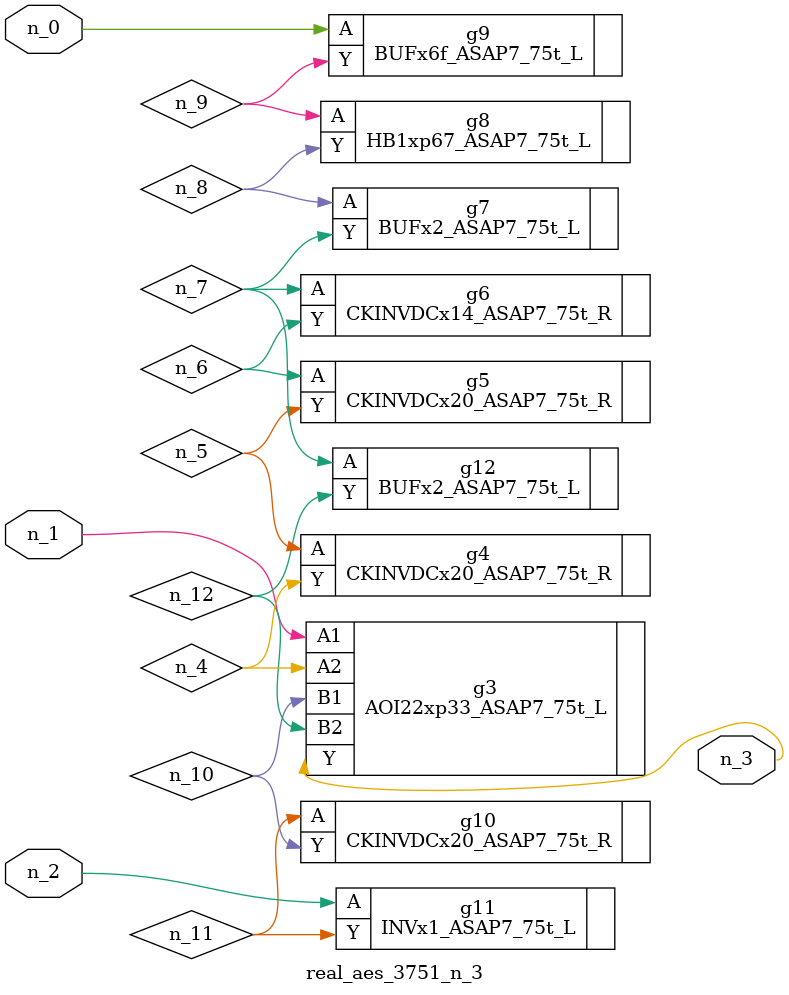
<source format=v>
module real_aes_3751_n_3 (n_0, n_2, n_1, n_3);
input n_0;
input n_2;
input n_1;
output n_3;
wire n_4;
wire n_5;
wire n_7;
wire n_8;
wire n_12;
wire n_6;
wire n_9;
wire n_10;
wire n_11;
BUFx6f_ASAP7_75t_L g9 ( .A(n_0), .Y(n_9) );
AOI22xp33_ASAP7_75t_L g3 ( .A1(n_1), .A2(n_4), .B1(n_10), .B2(n_12), .Y(n_3) );
INVx1_ASAP7_75t_L g11 ( .A(n_2), .Y(n_11) );
CKINVDCx20_ASAP7_75t_R g4 ( .A(n_5), .Y(n_4) );
CKINVDCx20_ASAP7_75t_R g5 ( .A(n_6), .Y(n_5) );
CKINVDCx14_ASAP7_75t_R g6 ( .A(n_7), .Y(n_6) );
BUFx2_ASAP7_75t_L g12 ( .A(n_7), .Y(n_12) );
BUFx2_ASAP7_75t_L g7 ( .A(n_8), .Y(n_7) );
HB1xp67_ASAP7_75t_L g8 ( .A(n_9), .Y(n_8) );
CKINVDCx20_ASAP7_75t_R g10 ( .A(n_11), .Y(n_10) );
endmodule
</source>
